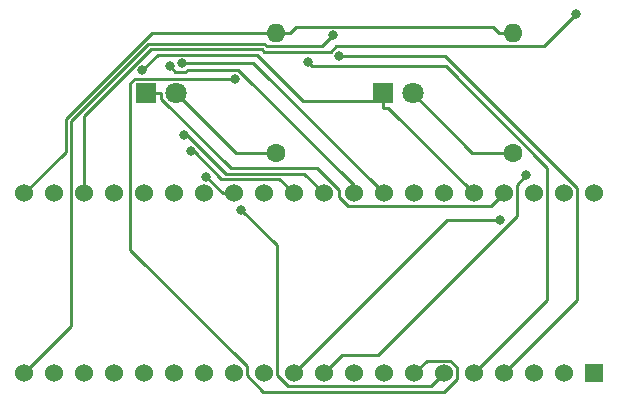
<source format=gbr>
G04 #@! TF.GenerationSoftware,KiCad,Pcbnew,(5.1.2)-2*
G04 #@! TF.CreationDate,2020-01-23T10:25:16+01:00*
G04 #@! TF.ProjectId,JoeyJoebags,4a6f6579-4a6f-4656-9261-67732e6b6963,rev?*
G04 #@! TF.SameCoordinates,Original*
G04 #@! TF.FileFunction,Copper,L2,Bot*
G04 #@! TF.FilePolarity,Positive*
%FSLAX46Y46*%
G04 Gerber Fmt 4.6, Leading zero omitted, Abs format (unit mm)*
G04 Created by KiCad (PCBNEW (5.1.2)-2) date 2020-01-23 10:25:16*
%MOMM*%
%LPD*%
G04 APERTURE LIST*
%ADD10R,1.524000X1.524000*%
%ADD11C,1.524000*%
%ADD12R,1.800000X1.800000*%
%ADD13C,1.800000*%
%ADD14O,1.600000X1.600000*%
%ADD15C,1.600000*%
%ADD16C,0.800000*%
%ADD17C,0.250000*%
G04 APERTURE END LIST*
D10*
X190017000Y-106888000D03*
D11*
X187477000Y-106888000D03*
X184937000Y-106888000D03*
X182397000Y-106888000D03*
X179857000Y-106888000D03*
X177317000Y-106888000D03*
X174777000Y-106888000D03*
X172237000Y-106888000D03*
X169697000Y-106888000D03*
X167157000Y-106888000D03*
X164617000Y-106888000D03*
X162077000Y-106888000D03*
X159537000Y-106888000D03*
X156997000Y-106888000D03*
X154457000Y-106888000D03*
X151917000Y-106888000D03*
X149377000Y-106888000D03*
X146837000Y-106888000D03*
X144297000Y-106888000D03*
X141757000Y-106888000D03*
X141757000Y-91648000D03*
X144297000Y-91648000D03*
X146837000Y-91648000D03*
X149377000Y-91648000D03*
X151917000Y-91648000D03*
X154457000Y-91648000D03*
X156997000Y-91648000D03*
X159537000Y-91648000D03*
X162077000Y-91648000D03*
X164617000Y-91648000D03*
X167157000Y-91648000D03*
X169697000Y-91648000D03*
X172237000Y-91648000D03*
X174777000Y-91648000D03*
X177317000Y-91648000D03*
X179857000Y-91648000D03*
X182397000Y-91648000D03*
X184937000Y-91648000D03*
X187477000Y-91648000D03*
X190017000Y-91648000D03*
D12*
X172152000Y-83183700D03*
D13*
X174692000Y-83183700D03*
X154692000Y-83183700D03*
D12*
X152152000Y-83183700D03*
D14*
X183152000Y-78023700D03*
D15*
X183152000Y-88183700D03*
X163152000Y-88183700D03*
D14*
X163152000Y-78023700D03*
D16*
X168457200Y-79999100D03*
X165805800Y-80495200D03*
X160183200Y-93041500D03*
X159629400Y-81919800D03*
X184277300Y-90123100D03*
X182095600Y-93910900D03*
X167933400Y-78253900D03*
X188497100Y-76488400D03*
X157204600Y-90215400D03*
X155945400Y-88083400D03*
X155357400Y-86658600D03*
X154137300Y-80886500D03*
X155137700Y-80618900D03*
X151786000Y-81194500D03*
D17*
X182397000Y-106888000D02*
X188613700Y-100671300D01*
X188613700Y-100671300D02*
X188613700Y-91176900D01*
X188613700Y-91176900D02*
X177435900Y-79999100D01*
X177435900Y-79999100D02*
X168457200Y-79999100D01*
X165805800Y-80495200D02*
X166204500Y-80893900D01*
X166204500Y-80893900D02*
X177472500Y-80893900D01*
X177472500Y-80893900D02*
X186061000Y-89482400D01*
X186061000Y-89482400D02*
X186061000Y-100684000D01*
X186061000Y-100684000D02*
X179857000Y-106888000D01*
X177317000Y-106888000D02*
X176229600Y-107975400D01*
X176229600Y-107975400D02*
X164122200Y-107975400D01*
X164122200Y-107975400D02*
X163164400Y-107017600D01*
X163164400Y-107017600D02*
X163164400Y-96022700D01*
X163164400Y-96022700D02*
X160183200Y-93041500D01*
X174777000Y-106888000D02*
X175864400Y-105800600D01*
X175864400Y-105800600D02*
X177824400Y-105800600D01*
X177824400Y-105800600D02*
X178404400Y-106380600D01*
X178404400Y-106380600D02*
X178404400Y-107347300D01*
X178404400Y-107347300D02*
X177300900Y-108450800D01*
X177300900Y-108450800D02*
X162053800Y-108450800D01*
X162053800Y-108450800D02*
X160624400Y-107021400D01*
X160624400Y-107021400D02*
X160624400Y-106251200D01*
X160624400Y-106251200D02*
X150782900Y-96409700D01*
X150782900Y-96409700D02*
X150782900Y-82276900D01*
X150782900Y-82276900D02*
X151140000Y-81919800D01*
X151140000Y-81919800D02*
X159629400Y-81919800D01*
X167157000Y-106888000D02*
X168732000Y-105313000D01*
X168732000Y-105313000D02*
X171727000Y-105313000D01*
X171727000Y-105313000D02*
X183484600Y-93555400D01*
X183484600Y-93555400D02*
X183484600Y-90915800D01*
X183484600Y-90915800D02*
X184277300Y-90123100D01*
X182095600Y-93910900D02*
X177594100Y-93910900D01*
X177594100Y-93910900D02*
X164617000Y-106888000D01*
X141757000Y-106888000D02*
X145749600Y-102895400D01*
X145749600Y-102895400D02*
X145749600Y-85513500D01*
X145749600Y-85513500D02*
X152291900Y-78971200D01*
X152291900Y-78971200D02*
X162110500Y-78971200D01*
X162110500Y-78971200D02*
X162317500Y-79178200D01*
X162317500Y-79178200D02*
X167009100Y-79178200D01*
X167009100Y-79178200D02*
X167933400Y-78253900D01*
X182026700Y-78023700D02*
X181531600Y-77528600D01*
X181531600Y-77528600D02*
X164772400Y-77528600D01*
X164772400Y-77528600D02*
X164277300Y-78023700D01*
X163152000Y-78023700D02*
X164277300Y-78023700D01*
X163152000Y-78023700D02*
X152587900Y-78023700D01*
X152587900Y-78023700D02*
X145299200Y-85312400D01*
X145299200Y-85312400D02*
X145299200Y-88105800D01*
X145299200Y-88105800D02*
X141757000Y-91648000D01*
X183152000Y-78023700D02*
X182026700Y-78023700D01*
X188497100Y-76488400D02*
X185800500Y-79185000D01*
X185800500Y-79185000D02*
X168235800Y-79185000D01*
X168235800Y-79185000D02*
X167788900Y-79631900D01*
X167788900Y-79631900D02*
X162134300Y-79631900D01*
X162134300Y-79631900D02*
X161926300Y-79423900D01*
X161926300Y-79423900D02*
X152530600Y-79423900D01*
X152530600Y-79423900D02*
X146837000Y-85117500D01*
X146837000Y-85117500D02*
X146837000Y-91648000D01*
X159537000Y-91648000D02*
X158637200Y-91648000D01*
X158637200Y-91648000D02*
X157204600Y-90215400D01*
X164617000Y-91648000D02*
X163397600Y-90428600D01*
X163397600Y-90428600D02*
X158496200Y-90428600D01*
X158496200Y-90428600D02*
X156151000Y-88083400D01*
X156151000Y-88083400D02*
X155945400Y-88083400D01*
X155357400Y-86658600D02*
X155571300Y-86658600D01*
X155571300Y-86658600D02*
X158891000Y-89978300D01*
X158891000Y-89978300D02*
X165487300Y-89978300D01*
X165487300Y-89978300D02*
X167157000Y-91648000D01*
X169697000Y-91648000D02*
X169697000Y-90933900D01*
X169697000Y-90933900D02*
X159917800Y-81154700D01*
X159917800Y-81154700D02*
X155627700Y-81154700D01*
X155627700Y-81154700D02*
X155438200Y-81344200D01*
X155438200Y-81344200D02*
X154595000Y-81344200D01*
X154595000Y-81344200D02*
X154137300Y-80886500D01*
X172237000Y-91648000D02*
X161207900Y-80618900D01*
X161207900Y-80618900D02*
X155137700Y-80618900D01*
X151786000Y-81194500D02*
X153095300Y-79885200D01*
X153095300Y-79885200D02*
X161525700Y-79885200D01*
X161525700Y-79885200D02*
X165436800Y-83796300D01*
X165436800Y-83796300D02*
X172152000Y-83796300D01*
X172152000Y-83796300D02*
X172152000Y-84409000D01*
X172152000Y-83183700D02*
X172152000Y-83796300D01*
X172152000Y-84409000D02*
X172618000Y-84409000D01*
X172618000Y-84409000D02*
X179857000Y-91648000D01*
X182397000Y-91648000D02*
X181307000Y-92738000D01*
X181307000Y-92738000D02*
X169196700Y-92738000D01*
X169196700Y-92738000D02*
X168427000Y-91968300D01*
X168427000Y-91968300D02*
X168427000Y-91367900D01*
X168427000Y-91367900D02*
X166587000Y-89527900D01*
X166587000Y-89527900D02*
X159285700Y-89527900D01*
X159285700Y-89527900D02*
X153377300Y-83619500D01*
X153377300Y-83619500D02*
X153377300Y-83183700D01*
X152152000Y-83183700D02*
X153377300Y-83183700D01*
X183152000Y-88183700D02*
X179692000Y-88183700D01*
X179692000Y-88183700D02*
X174692000Y-83183700D01*
X163152000Y-88183700D02*
X159692000Y-88183700D01*
X159692000Y-88183700D02*
X154692000Y-83183700D01*
M02*

</source>
